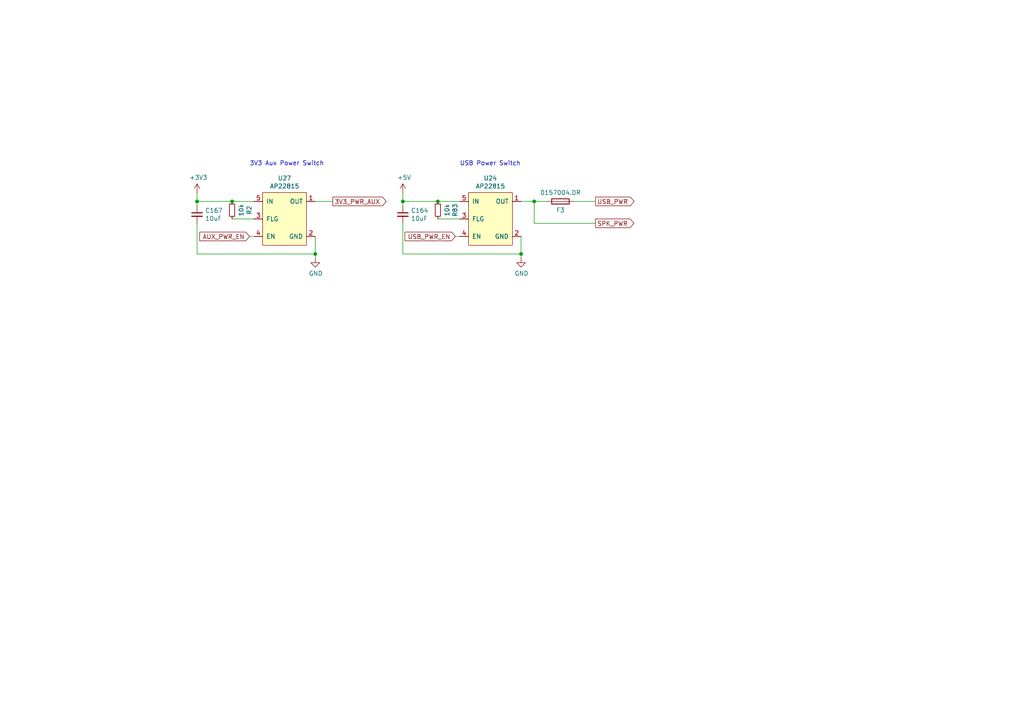
<source format=kicad_sch>
(kicad_sch (version 20231120) (generator "eeschema") (generator_version "8.0")
  (paper "A4")
  (title_block (title "Reform 2 USB Power") (date "2023-02-13") (rev "2.5D-2") (company "MNT Research GmbH") (comment 1 "https://mntre.com") (comment 2 "Engineer: Lukas F. Hartmann") (comment 3 "License: CERN-OHL-S 2.0"))
  (lib_symbols
    (symbol "Device:C_Small" (pin_numbers hide) (pin_names (offset 0.254) hide)
      (property "Reference" "C" (at 0.254 1.778 0))
      (property "Value" "C_Small" (at 0.254 -2.032 0))
      (symbol "C_Small_0_1"
        (polyline (pts (xy -1.524 -0.508) (xy 1.524 -0.508)) (stroke (width 0.3302)))
        (polyline (pts (xy -1.524 0.508) (xy 1.524 0.508)) (stroke (width 0.3048)))
      )
      (symbol "C_Small_1_1"
        (pin passive line (at 0 2.54 270) (length 2.032) (name "~") (number "1"))
        (pin passive line (at 0 -2.54 90) (length 2.032) (name "~") (number "2"))
      )
    )
    (symbol "Device:Fuse" (pin_numbers hide) (pin_names (offset 0))
      (property "Reference" "F" (at 2.032 0 90))
      (property "Value" "Fuse" (at -1.905 0 90))
      (symbol "Fuse_0_1"
        (rectangle (start -0.762 -2.54) (end 0.762 2.54) (stroke (width 0.254)))
        (polyline (pts (xy 0 2.54) (xy 0 -2.54)))
      )
      (symbol "Fuse_1_1"
        (pin passive line (at 0 3.81 270) (length 1.27) (name "~") (number "1"))
        (pin passive line (at 0 -3.81 90) (length 1.27) (name "~") (number "2"))
      )
    )
    (symbol "Device:R_Small" (pin_numbers hide) (pin_names (offset 0.254) hide)
      (property "Reference" "R" (at 0.762 0.508 0))
      (property "Value" "R_Small" (at 0.762 -1.016 0))
      (symbol "R_Small_0_1"
        (rectangle (start -0.762 1.778) (end 0.762 -1.778) (stroke (width 0.2032)))
      )
      (symbol "R_Small_1_1"
        (pin passive line (at 0 2.54 270) (length 0.762) (name "~") (number "1"))
        (pin passive line (at 0 -2.54 90) (length 0.762) (name "~") (number "2"))
      )
    )
    (symbol "power:+3V3" (power) (pin_names (offset 0))
      (property "Value" "+3V3" (at 0 3.556 0))
      (symbol "+3V3_0_1"
        (polyline (pts (xy -0.762 1.27) (xy 0 2.54)))
        (polyline (pts (xy 0 0) (xy 0 2.54)))
        (polyline (pts (xy 0 2.54) (xy 0.762 1.27)))
      )
      (symbol "+3V3_1_1"
        (pin power_in line (at 0 0 90) (length 0) hide (name "+3V3") (number "1"))
      )
    )
    (symbol "power:+5V" (power) (pin_names (offset 0))
      (property "Value" "+5V" (at 0 3.556 0))
      (symbol "+5V_0_1"
        (polyline (pts (xy -0.762 1.27) (xy 0 2.54)))
        (polyline (pts (xy 0 0) (xy 0 2.54)))
        (polyline (pts (xy 0 2.54) (xy 0.762 1.27)))
      )
      (symbol "+5V_1_1"
        (pin power_in line (at 0 0 90) (length 0) hide (name "+5V") (number "1"))
      )
    )
    (symbol "power:GND" (power) (pin_names (offset 0))
      (property "Value" "GND" (at 0 -3.81 0))
      (symbol "GND_0_1"
        (polyline (pts (xy 0 0) (xy 0 -1.27) (xy 1.27 -1.27) (xy 0 -2.54) (xy -1.27 -1.27) (xy 0 -1.27)))
      )
      (symbol "GND_1_1"
        (pin power_in line (at 0 0 270) (length 0) hide (name "GND") (number "1"))
      )
    )
    (symbol "reform2:AP22815" (pin_names (offset 1.016))
      (property "Reference" "U" (at 0 -8.89 0))
      (property "Value" "AP22815" (at 0 8.89 0))
      (symbol "AP22815_0_0"
        (pin power_out line (at 8.89 5.08 180) (length 2.54) (name "OUT") (number "1"))
        (pin power_in line (at 8.89 -5.08 180) (length 2.54) (name "GND") (number "2"))
        (pin bidirectional line (at -8.89 0 0) (length 2.54) (name "FLG") (number "3"))
        (pin input line (at -8.89 -5.08 0) (length 2.54) (name "EN") (number "4"))
        (pin power_in line (at -8.89 5.08 0) (length 2.54) (name "IN") (number "5"))
      )
      (symbol "AP22815_0_1"
        (rectangle (start -6.35 7.62) (end 6.35 -7.62) (fill (type background)))
      )
    )
  )
  (junction (at 127 58.42))
  (junction (at 151.13 73.66))
  (junction (at 91.44 73.66))
  (junction (at 154.94 58.42))
  (junction (at 57.15 58.42))
  (junction (at 67.31 58.42))
  (junction (at 116.84 58.42))
  (wire (pts (xy 57.15 55.88) (xy 57.15 58.42)))
  (wire (pts (xy 57.15 59.69) (xy 57.15 58.42)))
  (wire (pts (xy 57.15 73.66) (xy 57.15 64.77)))
  (wire (pts (xy 67.31 58.42) (xy 73.66 58.42)))
  (wire (pts (xy 154.94 58.42) (xy 158.75 58.42)))
  (wire (pts (xy 166.37 58.42) (xy 172.72 58.42)))
  (wire (pts (xy 127 58.42) (xy 133.35 58.42)))
  (wire (pts (xy 91.44 74.93) (xy 91.44 73.66)))
  (wire (pts (xy 91.44 73.66) (xy 57.15 73.66)))
  (wire (pts (xy 73.66 63.5) (xy 67.31 63.5)))
  (wire (pts (xy 91.44 58.42) (xy 96.52 58.42)))
  (wire (pts (xy 57.15 58.42) (xy 67.31 58.42)))
  (wire (pts (xy 154.94 64.77) (xy 154.94 58.42)))
  (wire (pts (xy 172.72 64.77) (xy 154.94 64.77)))
  (wire (pts (xy 116.84 73.66) (xy 116.84 64.77)))
  (wire (pts (xy 151.13 68.58) (xy 151.13 73.66)))
  (wire (pts (xy 133.35 63.5) (xy 127 63.5)))
  (wire (pts (xy 132.08 68.58) (xy 133.35 68.58)))
  (wire (pts (xy 91.44 68.58) (xy 91.44 73.66)))
  (wire (pts (xy 151.13 74.93) (xy 151.13 73.66)))
  (wire (pts (xy 151.13 73.66) (xy 116.84 73.66)))
  (wire (pts (xy 151.13 58.42) (xy 154.94 58.42)))
  (wire (pts (xy 116.84 59.69) (xy 116.84 58.42)))
  (wire (pts (xy 116.84 55.88) (xy 116.84 58.42)))
  (wire (pts (xy 72.39 68.58) (xy 73.66 68.58)))
  (wire (pts (xy 116.84 58.42) (xy 127 58.42)))
  (text "3V3 Aux Power Switch" (at 72.39 48.26 0) (effects (font (size 1.27 1.27)) (justify left bottom)))
  (text "USB Power Switch" (at 133.35 48.26 0) (effects (font (size 1.27 1.27)) (justify left bottom)))
  (global_label "3V3_PWR_AUX" (shape output) (at 96.52 58.42 0) (property "Intersheetrefs" "${INTERSHEET_REFS}" (effects (hide yes))))
  (global_label "AUX_PWR_EN" (shape input) (at 72.39 68.58 180) (property "Intersheetrefs" "${INTERSHEET_REFS}" (effects (hide yes))))
  (global_label "SPK_PWR" (shape output) (at 172.72 64.77 0) (property "Intersheetrefs" "${INTERSHEET_REFS}" (effects (hide yes))))
  (global_label "USB_PWR" (shape output) (at 172.72 58.42 0) (property "Intersheetrefs" "${INTERSHEET_REFS}" (effects (hide yes))))
  (global_label "USB_PWR_EN" (shape input) (at 132.08 68.58 180) (property "Intersheetrefs" "${INTERSHEET_REFS}" (effects (hide yes))))
  (symbol (lib_id "power:+5V") (at 116.84 55.88 0) (unit 1)
    (property "Reference" "#PWR0255" (effects (hide yes)))
    (property "Value" "+5V" (at 117.221 51.4858 0))
  )
  (symbol (lib_id "power:GND") (at 151.13 74.93 0) (unit 1)
    (property "Reference" "#PWR0254" (effects (hide yes)))
    (property "Value" "GND" (at 151.257 79.3242 0))
  )
  (symbol (lib_id "Device:R_Small") (at 127 60.96 180) (unit 1)
    (property "Reference" "R83" (at 131.9784 60.96 90))
    (property "Value" "10k" (at 129.667 60.96 90))
    (property "Footprint" "Resistor_SMD:R_0603_1608Metric" (effects (hide yes)))
    (property "Manufacturer" "Yageo" (effects (hide yes)))
    (property "Manufacturer_No" "RC0603FR-0710KL" (effects (hide yes)))
    (property "Checked" "y" (effects (hide yes)))
    (property "Distributor" "Mouser" (effects (hide yes)))
  )
  (symbol (lib_id "Device:C_Small") (at 116.84 62.23 0) (unit 1)
    (property "Reference" "C164" (at 119.1768 61.0616 0) (effects (justify left)))
    (property "Value" "10uF" (at 119.1768 63.373 0) (effects (justify left)))
    (property "Footprint" "Capacitor_SMD:C_0603_1608Metric" (effects (hide yes)))
    (property "Manufacturer" "Murata" (effects (hide yes)))
    (property "Manufacturer_No" "GRM188R6YA106MA73D" (effects (hide yes)))
    (property "Checked" "y" (effects (hide yes)))
    (property "Distributor" "Mouser" (effects (hide yes)))
  )
  (symbol (lib_id "reform2:AP22815") (at 142.24 63.5 0) (unit 1)
    (property "Reference" "U24" (at 142.24 51.689 0))
    (property "Value" "AP22815" (at 142.24 54.0004 0))
    (property "Footprint" "footprints:TSOT-25" (effects (hide yes)))
    (property "Manufacturer" "Diodes, Inc." (effects (hide yes)))
    (property "Manufacturer_No" "AP22815AWT-7" (effects (hide yes)))
    (property "Checked" "y" (effects (hide yes)))
    (property "Distributor" "Mouser" (effects (hide yes)))
  )
  (symbol (lib_id "power:GND") (at 91.44 74.93 0) (unit 1)
    (property "Reference" "#PWR0256" (effects (hide yes)))
    (property "Value" "GND" (at 91.567 79.3242 0))
  )
  (symbol (lib_id "Device:R_Small") (at 67.31 60.96 180) (unit 1)
    (property "Reference" "R2" (at 72.2884 60.96 90))
    (property "Value" "10k" (at 69.977 60.96 90))
    (property "Footprint" "Resistor_SMD:R_0603_1608Metric" (effects (hide yes)))
    (property "Manufacturer" "Yageo" (effects (hide yes)))
    (property "Manufacturer_No" "RC0603FR-0710KL" (effects (hide yes)))
    (property "Checked" "y" (effects (hide yes)))
    (property "Distributor" "Mouser" (effects (hide yes)))
  )
  (symbol (lib_id "Device:C_Small") (at 57.15 62.23 0) (unit 1)
    (property "Reference" "C167" (at 59.4868 61.0616 0) (effects (justify left)))
    (property "Value" "10uF" (at 59.4868 63.373 0) (effects (justify left)))
    (property "Footprint" "Capacitor_SMD:C_0603_1608Metric" (effects (hide yes)))
    (property "Manufacturer" "Murata" (effects (hide yes)))
    (property "Manufacturer_No" "GRM188R6YA106MA73D" (effects (hide yes)))
    (property "Checked" "y" (effects (hide yes)))
    (property "Distributor" "Mouser" (effects (hide yes)))
  )
  (symbol (lib_id "reform2:AP22815") (at 82.55 63.5 0) (unit 1)
    (property "Reference" "U27" (at 82.55 51.689 0))
    (property "Value" "AP22815" (at 82.55 54.0004 0))
    (property "Footprint" "footprints:TSOT-25" (effects (hide yes)))
    (property "Manufacturer" "Diodes, Inc." (effects (hide yes)))
    (property "Manufacturer_No" "AP22815AWT-7" (effects (hide yes)))
    (property "Checked" "y" (effects (hide yes)))
    (property "Distributor" "Mouser" (effects (hide yes)))
  )
  (symbol (lib_id "power:+3V3") (at 57.15 55.88 0) (unit 1)
    (property "Reference" "#PWR0257" (effects (hide yes)))
    (property "Value" "+3V3" (at 57.531 51.4858 0))
  )
  (symbol (lib_id "Device:Fuse") (at 162.56 58.42 90) (unit 1)
    (property "Reference" "F3" (at 162.56 60.96 90))
    (property "Value" "0157004.DR" (at 162.56 55.88 90))
    (property "Footprint" "footprints:fuse_smf" (effects (hide yes)))
    (property "Manufacturer" "Littelfuse" (effects (hide yes)))
    (property "Manufacturer_No" "0157004.DR" (effects (hide yes)))
    (property "Checked" "y" (effects (hide yes)))
    (property "Distributor" "Mouser" (effects (hide yes)))
  )
)
</source>
